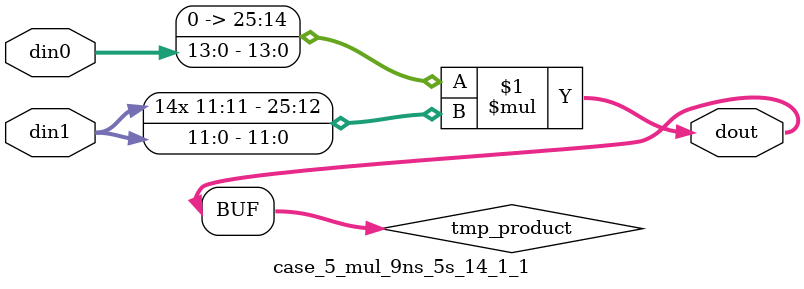
<source format=v>

`timescale 1 ns / 1 ps

 (* use_dsp = "no" *)  module case_5_mul_9ns_5s_14_1_1(din0, din1, dout);
parameter ID = 1;
parameter NUM_STAGE = 0;
parameter din0_WIDTH = 14;
parameter din1_WIDTH = 12;
parameter dout_WIDTH = 26;

input [din0_WIDTH - 1 : 0] din0; 
input [din1_WIDTH - 1 : 0] din1; 
output [dout_WIDTH - 1 : 0] dout;

wire signed [dout_WIDTH - 1 : 0] tmp_product;

























assign tmp_product = $signed({1'b0, din0}) * $signed(din1);










assign dout = tmp_product;





















endmodule

</source>
